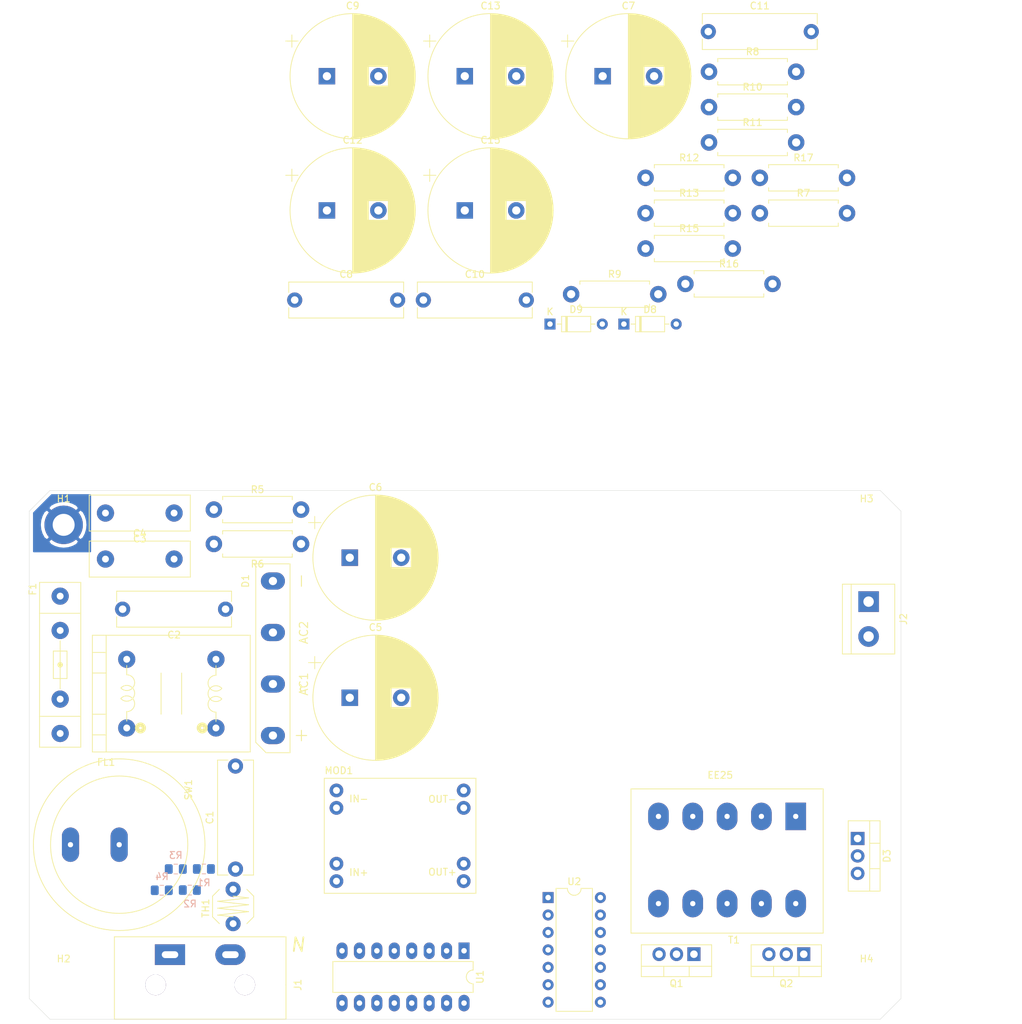
<source format=kicad_pcb>
(kicad_pcb (version 20171130) (host pcbnew 5.1.4)
  (layers (0 F.Cu signal) (31 B.Cu signal) (34 B.Paste user) (35 F.Paste user) (36 B.SilkS user) (37 F.SilkS user) (38 B.Mask user) (39 F.Mask user) (44 Edge.Cuts user))
  (net 0 "")
  (net 1 "Net-(F1-Pad2)")
  (net 2 "Net-(C1-Pad1)")
  (net 3 "Net-(J1-Pad2)")
  (net 4 "Net-(R1-Pad2)")
  (net 5 "Net-(R2-Pad2)")
  (net 6 "Net-(R3-Pad2)")
  (net 7 "Net-(C1-Pad2)")
  (net 8 N)
  (net 9 F)
  (net 10 GNDPWR)
  (net 11 Vin)
  (net 12 Vin|2)
  (net 13 VS2)
  (net 14 "Net-(C7-Pad1)")
  (net 15 +15V)
  (net 16 "Net-(J1-Pad1)")
  (net 17 "Net-(C8-Pad1)")
  (net 18 "Net-(C10-Pad2)")
  (net 19 "Net-(C10-Pad1)")
  (net 20 "Net-(C11-Pad2)")
  (net 21 "Net-(C12-Pad1)")
  (net 22 GNDREF)
  (net 23 VG1)
  (net 24 "Net-(D8-Pad1)")
  (net 25 "Net-(D9-Pad1)")
  (net 26 VG2)
  (net 27 +5V_REF)
  (net 28 "Net-(R13-Pad1)")
  (net 29 PWM_A)
  (net 30 PWM_B)
  (net 31 VS1)
  (module lib_fp:NTC-16 (layer F.Cu) (at 122.6 126.8 270)
    (fp_text reference TH1 (at 0.25 4 90) (layer F.SilkS))
    (fp_text value 16)
    (pad 2 thru_hole circle (at -2.5 0 270) (size 2.2 2.2) (drill 1) (layers *.Cu *.Mask) (net 7 "Net-(C1-Pad2)"))
    (pad 1 thru_hole circle (at 2.5 0 270) (size 2.2 2.2) (drill 1) (layers *.Cu *.Mask) (net 3 "Net-(J1-Pad2)"))
  )
  (module lib_fp:fuse_4pin_A (layer F.Cu) (at 97.4 91.6 270)
    (fp_text reference F1 (at -11 4 90) (layer F.SilkS))
    (fp_text value "0,5 A")
    (pad 2 thru_hole circle (at 10 0 270) (size 2.5 2.5) (drill 1) (layers *.Cu *.Mask) (net 1 "Net-(F1-Pad2)"))
    (pad 1 thru_hole circle (at -10 0 270) (size 2.5 2.5) (drill 1) (layers *.Cu *.Mask) (net 2 "Net-(C1-Pad1)"))
    (pad 2 thru_hole circle (at 5 0 270) (size 2.5 2.5) (drill 1) (layers *.Cu *.Mask) (net 1 "Net-(F1-Pad2)"))
    (pad 1 thru_hole circle (at -5 0 270) (size 2.5 2.5) (drill 1) (layers *.Cu *.Mask) (net 2 "Net-(C1-Pad1)"))
  )
  (module lib_fp:IEC-C8 (layer F.Cu) (at 117.80812 138.21732 180)
    (fp_text reference J1 (at -14.224 0 90) (layer F.SilkS))
    (fp_text value "220 VAC")
    (fp_text user N (at -14.224 5.842) (layer F.SilkS) (effects (font (size 2 2) (thickness 0.25) italic)))
    (pad "" thru_hole circle (at -6.5 0 180) (size 3 3) (drill 3) (layers *.Cu *.Mask))
    (pad "" thru_hole circle (at 6.5 0 180) (size 3 3) (drill 3) (layers *.Cu *.Mask))
    (pad 1 thru_hole rect (at 4.4 4.4 180) (size 4.4 3) (drill oval 2.4 1) (layers *.Cu *.Mask) (net 16 "Net-(J1-Pad1)"))
    (pad 2 thru_hole oval (at -4.4 4.4 180) (size 4.4 3) (drill oval 2.4 1) (layers *.Cu *.Mask) (net 3 "Net-(J1-Pad2)"))
  )
  (module MountingHole:MountingHole_3.2mm_M3_DIN965_Pad (layer F.Cu) (at 97.90812 71.21732)
    (fp_text reference H1 (at 0 -3.8) (layer F.SilkS))
    (fp_text value MountingHole_Pad)
    (pad 1 thru_hole circle (at 0 0) (size 5.6 5.6) (drill 3.2) (layers *.Cu *.Mask) (net 10 GNDPWR))
  )
  (module MountingHole:MountingHole_3.2mm_M3_DIN965 (layer F.Cu) (at 97.90812 138.21732)
    (fp_text reference H2 (at 0 -3.8) (layer F.SilkS))
    (fp_text value MountingHole)
    (pad 1 np_thru_hole circle (at 0 0) (size 3.2 3.2) (drill 3.2) (layers *.Cu *.Mask))
  )
  (module MountingHole:MountingHole_3.2mm_M3_DIN965 (layer F.Cu) (at 214.90812 71.21732)
    (fp_text reference H3 (at 0 -3.8) (layer F.SilkS))
    (fp_text value MountingHole)
    (pad 1 np_thru_hole circle (at 0 0) (size 3.2 3.2) (drill 3.2) (layers *.Cu *.Mask))
  )
  (module MountingHole:MountingHole_3.2mm_M3_DIN965 (layer F.Cu) (at 214.90812 138.21732)
    (fp_text reference H4 (at 0 -3.8) (layer F.SilkS))
    (fp_text value MountingHole)
    (pad 1 np_thru_hole circle (at 0 0) (size 3.2 3.2) (drill 3.2) (layers *.Cu *.Mask))
  )
  (module Resistor_SMD:R_0805_2012Metric_Pad1.15x1.40mm_HandSolder (layer B.Cu) (at 118.34312 121.33732 180)
    (fp_text reference R1 (at 0.025 -2) (layer B.SilkS) (effects (justify mirror)))
    (fp_text value 20k)
    (pad 1 smd roundrect (at -1.025 0 180) (size 1.15 1.4) (layers B.Cu B.Paste B.Mask) (roundrect_rratio 0.217391) (net 2 "Net-(C1-Pad1)"))
    (pad 2 smd roundrect (at 1.025 0 180) (size 1.15 1.4) (layers B.Cu B.Paste B.Mask) (roundrect_rratio 0.217391) (net 4 "Net-(R1-Pad2)"))
  )
  (module Resistor_SMD:R_0805_2012Metric_Pad1.15x1.40mm_HandSolder (layer B.Cu) (at 116.29312 124.41232 180)
    (fp_text reference R2 (at -0.025 -2) (layer B.SilkS) (effects (justify mirror)))
    (fp_text value 20k)
    (pad 1 smd roundrect (at -1.025 0 180) (size 1.15 1.4) (layers B.Cu B.Paste B.Mask) (roundrect_rratio 0.217391) (net 4 "Net-(R1-Pad2)"))
    (pad 2 smd roundrect (at 1.025 0 180) (size 1.15 1.4) (layers B.Cu B.Paste B.Mask) (roundrect_rratio 0.217391) (net 5 "Net-(R2-Pad2)"))
  )
  (module Resistor_SMD:R_0805_2012Metric_Pad1.15x1.40mm_HandSolder (layer B.Cu) (at 114.24812 121.34732 180)
    (fp_text reference R3 (at 0 2) (layer B.SilkS) (effects (justify mirror)))
    (fp_text value 20k)
    (pad 2 smd roundrect (at 1.025 0 180) (size 1.15 1.4) (layers B.Cu B.Paste B.Mask) (roundrect_rratio 0.217391) (net 6 "Net-(R3-Pad2)"))
    (pad 1 smd roundrect (at -1.025 0 180) (size 1.15 1.4) (layers B.Cu B.Paste B.Mask) (roundrect_rratio 0.217391) (net 5 "Net-(R2-Pad2)"))
  )
  (module Resistor_SMD:R_0805_2012Metric_Pad1.15x1.40mm_HandSolder (layer B.Cu) (at 112.20312 124.43732 180)
    (fp_text reference R4 (at -0.025 2) (layer B.SilkS) (effects (justify mirror)))
    (fp_text value 20k)
    (pad 2 smd roundrect (at 1.025 0 180) (size 1.15 1.4) (layers B.Cu B.Paste B.Mask) (roundrect_rratio 0.217391) (net 7 "Net-(C1-Pad2)"))
    (pad 1 smd roundrect (at -1.025 0 180) (size 1.15 1.4) (layers B.Cu B.Paste B.Mask) (roundrect_rratio 0.217391) (net 6 "Net-(R3-Pad2)"))
  )
  (module Capacitor_THT:C_Rect_L16.5mm_W5.0mm_P15.00mm_MKT (layer F.Cu) (at 122.95 121.35 90)
    (fp_text reference C1 (at 7.5 -3.75 90) (layer F.SilkS))
    (fp_text value 0.1u)
    (pad 1 thru_hole circle (at 0 0 90) (size 2.2 2.2) (drill 1.1) (layers *.Cu *.Mask) (net 2 "Net-(C1-Pad1)"))
    (pad 2 thru_hole circle (at 15 0 90) (size 2.2 2.2) (drill 1.1) (layers *.Cu *.Mask) (net 7 "Net-(C1-Pad2)"))
  )
  (module Capacitor_THT:C_Rect_L16.5mm_W5.0mm_P15.00mm_MKT (layer F.Cu) (at 121.5 83.5 180)
    (fp_text reference C2 (at 7.5 -3.75) (layer F.SilkS))
    (fp_text value 0.1u)
    (pad 2 thru_hole circle (at 15 0 180) (size 2.2 2.2) (drill 1.1) (layers *.Cu *.Mask) (net 8 N))
    (pad 1 thru_hole circle (at 0 0 180) (size 2.2 2.2) (drill 1.1) (layers *.Cu *.Mask) (net 9 F))
  )
  (module lib_fp:Choke_A (layer F.Cu) (at 113.6 95.8 180)
    (fp_text reference FL1 (at 9.5 -10) (layer F.SilkS))
    (fp_text value "Choke Coil")
    (pad 1 thru_hole circle (at -6.5 -5 180) (size 2.5 2.5) (drill 1) (layers *.Cu *.Mask) (net 2 "Net-(C1-Pad1)"))
    (pad 2 thru_hole circle (at -6.5 5 180) (size 2.5 2.5) (drill 1) (layers *.Cu *.Mask) (net 9 F))
    (pad 3 thru_hole circle (at 6.5 -5 180) (size 2.5 2.5) (drill 1) (layers *.Cu *.Mask) (net 7 "Net-(C1-Pad2)"))
    (pad 4 thru_hole circle (at 6.5 5 180) (size 2.5 2.5) (drill 1) (layers *.Cu *.Mask) (net 8 N))
  )
  (module lib_fp:C_EMI (layer F.Cu) (at 114 69.5 180)
    (fp_text reference C3 (at 5 -3.75) (layer F.SilkS))
    (fp_text value 1n)
    (pad 2 thru_hole circle (at 10 0 180) (size 2.5 2.5) (drill 1) (layers *.Cu *.Mask) (net 10 GNDPWR))
    (pad 1 thru_hole circle (at 0 0 180) (size 2.5 2.5) (drill 1) (layers *.Cu *.Mask) (net 9 F))
  )
  (module lib_fp:C_EMI (layer F.Cu) (at 104 76.2)
    (fp_text reference C4 (at 5 -3.75) (layer F.SilkS))
    (fp_text value 1n)
    (pad 1 thru_hole circle (at 0 0) (size 2.5 2.5) (drill 1) (layers *.Cu *.Mask) (net 10 GNDPWR))
    (pad 2 thru_hole circle (at 10 0) (size 2.5 2.5) (drill 1) (layers *.Cu *.Mask) (net 8 N))
  )
  (module Capacitor_THT:CP_Radial_D18.0mm_P7.50mm (layer F.Cu) (at 139.6 96.4)
    (fp_text reference C5 (at 3.75 -10.25) (layer F.SilkS))
    (fp_text value 330u|200V)
    (pad 1 thru_hole rect (at 0 0) (size 2.4 2.4) (drill 1.2) (layers *.Cu *.Mask) (net 11 Vin))
    (pad 2 thru_hole circle (at 7.5 0) (size 2.4 2.4) (drill 1.2) (layers *.Cu *.Mask) (net 12 Vin|2))
  )
  (module Capacitor_THT:CP_Radial_D18.0mm_P7.50mm (layer F.Cu) (at 139.6 76)
    (fp_text reference C6 (at 3.75 -10.25) (layer F.SilkS))
    (fp_text value 330u|200V)
    (pad 2 thru_hole circle (at 7.5 0) (size 2.4 2.4) (drill 1.2) (layers *.Cu *.Mask) (net 13 VS2))
    (pad 1 thru_hole rect (at 0 0) (size 2.4 2.4) (drill 1.2) (layers *.Cu *.Mask) (net 12 Vin|2))
  )
  (module lib_fp:DS3B (layer F.Cu) (at 128.4 90.4 90)
    (fp_text reference D1 (at 11 -4 90) (layer F.SilkS))
    (fp_text value D3SB60)
    (fp_text user + (at -11.5 4 90) (layer F.SilkS) (effects (font (size 2 2))))
    (fp_text user ~ (at -4.5 4 90) (layer F.SilkS) (effects (font (size 2 2))))
    (fp_text user AC1 (at -4 4.5 90) (layer F.SilkS) (effects (font (size 1.2 1.2))))
    (fp_text user AC2 (at 3.5 4.5 90) (layer F.SilkS) (effects (font (size 1.2 1.2))))
    (fp_text user - (at 11 4 90) (layer F.SilkS) (effects (font (size 2 2))))
    (fp_text user ~ (at -4.5 4 90) (layer F.SilkS) (effects (font (size 2 2))))
    (pad 1 thru_hole oval (at -11.5 0 90) (size 2.5 3.5) (drill oval 1.2) (layers *.Cu *.Mask) (net 11 Vin))
    (pad 2 thru_hole oval (at -4 0 90) (size 2.5 3.5) (drill 1.2) (layers *.Cu *.Mask) (net 8 N))
    (pad 3 thru_hole oval (at 3.5 0 90) (size 2.5 3.5) (drill 1.2) (layers *.Cu *.Mask) (net 9 F))
    (pad 4 thru_hole oval (at 11 0 90) (size 2.5 3.5) (drill 1.2) (layers *.Cu *.Mask) (net 13 VS2))
  )
  (module Resistor_THT:R_Axial_DIN0411_L9.9mm_D3.6mm_P12.70mm_Horizontal (layer F.Cu) (at 119.8 69)
    (fp_text reference R5 (at 6.35 -2.92) (layer F.SilkS))
    (fp_text value 100k)
    (pad 2 thru_hole oval (at 12.7 0) (size 2.4 2.4) (drill 1.2) (layers *.Cu *.Mask) (net 12 Vin|2))
    (pad 1 thru_hole circle (at 0 0) (size 2.4 2.4) (drill 1.2) (layers *.Cu *.Mask) (net 11 Vin))
  )
  (module Resistor_THT:R_Axial_DIN0411_L9.9mm_D3.6mm_P12.70mm_Horizontal (layer F.Cu) (at 132.5 74 180)
    (fp_text reference R6 (at 6.35 -2.92) (layer F.SilkS))
    (fp_text value 100k)
    (pad 1 thru_hole circle (at 0 0 180) (size 2.4 2.4) (drill 1.2) (layers *.Cu *.Mask) (net 12 Vin|2))
    (pad 2 thru_hole oval (at 12.7 0 180) (size 2.4 2.4) (drill 1.2) (layers *.Cu *.Mask) (net 13 VS2))
  )
  (module lib_fp:MP1584 (layer F.Cu) (at 156.2 109.9)
    (fp_text reference MOD1 (at -18.1864 -2.8956) (layer F.SilkS))
    (fp_text value MP1584)
    (fp_text user IN+ (at -15.2908 11.938) (layer F.SilkS))
    (fp_text user IN- (at -15.2908 1.2192) (layer F.SilkS))
    (fp_text user OUT- (at -3.0988 1.27) (layer F.SilkS))
    (fp_text user OUT+ (at -3.0988 11.8872) (layer F.SilkS))
    (pad 2 thru_hole circle (at -18.542 13.208) (size 2 2) (drill 1) (layers *.Cu *.Mask) (net 14 "Net-(C7-Pad1)"))
    (pad 1 thru_hole circle (at -18.542 0) (size 2 2) (drill 1) (layers *.Cu *.Mask) (net 13 VS2))
    (pad 4 thru_hole circle (at 0 0) (size 2 2) (drill 1) (layers *.Cu *.Mask) (net 13 VS2))
    (pad 3 thru_hole circle (at 0 13.208) (size 2 2) (drill 1) (layers *.Cu *.Mask) (net 15 +15V))
    (pad 4 thru_hole circle (at 0 2.54) (size 2 2) (drill 1) (layers *.Cu *.Mask) (net 13 VS2))
    (pad 3 thru_hole circle (at 0 10.668) (size 2 2) (drill 1) (layers *.Cu *.Mask) (net 15 +15V))
    (pad 2 thru_hole circle (at -18.542 10.668) (size 2 2) (drill 1) (layers *.Cu *.Mask) (net 14 "Net-(C7-Pad1)"))
    (pad 1 thru_hole circle (at -18.542 2.54) (size 2 2) (drill 1) (layers *.Cu *.Mask) (net 13 VS2))
  )
  (module lib_fp:Rocker (layer F.Cu) (at 106 117.8 90)
    (fp_text reference SW1 (at 8 10.1 90) (layer F.SilkS))
    (fp_text value ROCKER)
    (pad 1 thru_hole oval (at 0 0 90) (size 5 2.5) (drill 0.762) (layers *.Cu *.Mask) (net 16 "Net-(J1-Pad1)"))
    (pad 2 thru_hole oval (at 0 -7.1 90) (size 5 2.5) (drill 0.762) (layers *.Cu *.Mask) (net 1 "Net-(F1-Pad2)"))
  )
  (module Capacitor_THT:CP_Radial_D18.0mm_P7.50mm (layer F.Cu) (at 176.449441 5.875001)
    (fp_text reference C7 (at 3.75 -10.25) (layer F.SilkS))
    (fp_text value 330u|24V)
    (pad 2 thru_hole circle (at 7.5 0) (size 2.4 2.4) (drill 1.2) (layers *.Cu *.Mask) (net 13 VS2))
    (pad 1 thru_hole rect (at 0 0) (size 2.4 2.4) (drill 1.2) (layers *.Cu *.Mask) (net 14 "Net-(C7-Pad1)"))
  )
  (module Capacitor_THT:C_Rect_L16.5mm_W5.0mm_P15.00mm_MKT (layer F.Cu) (at 131.575001 38.475001)
    (fp_text reference C8 (at 7.5 -3.75) (layer F.SilkS))
    (fp_text value 0.1u)
    (pad 1 thru_hole circle (at 0 0) (size 2.2 2.2) (drill 1.1) (layers *.Cu *.Mask) (net 17 "Net-(C8-Pad1)"))
    (pad 2 thru_hole circle (at 15 0) (size 2.2 2.2) (drill 1.1) (layers *.Cu *.Mask) (net 12 Vin|2))
  )
  (module Capacitor_THT:CP_Radial_D18.0mm_P7.50mm (layer F.Cu) (at 136.269441 5.875001)
    (fp_text reference C9 (at 3.75 -10.25) (layer F.SilkS))
    (fp_text value 330u|24V)
    (pad 1 thru_hole rect (at 0 0) (size 2.4 2.4) (drill 1.2) (layers *.Cu *.Mask) (net 15 +15V))
    (pad 2 thru_hole circle (at 7.5 0) (size 2.4 2.4) (drill 1.2) (layers *.Cu *.Mask) (net 13 VS2))
  )
  (module Capacitor_THT:C_Rect_L16.5mm_W5.0mm_P15.00mm_MKT (layer F.Cu) (at 150.325001 38.475001)
    (fp_text reference C10 (at 7.5 -3.75) (layer F.SilkS))
    (fp_text value 0.1u)
    (pad 2 thru_hole circle (at 15 0) (size 2.2 2.2) (drill 1.1) (layers *.Cu *.Mask) (net 18 "Net-(C10-Pad2)"))
    (pad 1 thru_hole circle (at 0 0) (size 2.2 2.2) (drill 1.1) (layers *.Cu *.Mask) (net 19 "Net-(C10-Pad1)"))
  )
  (module Capacitor_THT:C_Rect_L16.5mm_W5.0mm_P15.00mm_MKT (layer F.Cu) (at 191.845001 -0.624999)
    (fp_text reference C11 (at 7.5 -3.75) (layer F.SilkS))
    (fp_text value 0.1u)
    (pad 1 thru_hole circle (at 0 0) (size 2.2 2.2) (drill 1.1) (layers *.Cu *.Mask) (net 18 "Net-(C10-Pad2)"))
    (pad 2 thru_hole circle (at 15 0) (size 2.2 2.2) (drill 1.1) (layers *.Cu *.Mask) (net 20 "Net-(C11-Pad2)"))
  )
  (module Capacitor_THT:CP_Radial_D18.0mm_P7.50mm (layer F.Cu) (at 136.269441 25.425001)
    (fp_text reference C12 (at 3.75 -10.25) (layer F.SilkS))
    (fp_text value 10u)
    (pad 1 thru_hole rect (at 0 0) (size 2.4 2.4) (drill 1.2) (layers *.Cu *.Mask) (net 21 "Net-(C12-Pad1)"))
    (pad 2 thru_hole circle (at 7.5 0) (size 2.4 2.4) (drill 1.2) (layers *.Cu *.Mask) (net 22 GNDREF))
  )
  (module Capacitor_THT:CP_Radial_D18.0mm_P7.50mm (layer F.Cu) (at 156.359441 5.875001)
    (fp_text reference C13 (at 3.75 -10.25) (layer F.SilkS))
    (fp_text value 10u)
    (pad 2 thru_hole circle (at 7.5 0) (size 2.4 2.4) (drill 1.2) (layers *.Cu *.Mask) (net 22 GNDREF))
    (pad 1 thru_hole rect (at 0 0) (size 2.4 2.4) (drill 1.2) (layers *.Cu *.Mask) (net 21 "Net-(C12-Pad1)"))
  )
  (module Capacitor_THT:CP_Radial_D18.0mm_P7.50mm (layer F.Cu) (at 156.359441 25.425001)
    (fp_text reference C15 (at 3.75 -10.25) (layer F.SilkS))
    (fp_text value 10u)
    (pad 1 thru_hole rect (at 0 0) (size 2.4 2.4) (drill 1.2) (layers *.Cu *.Mask) (net 21 "Net-(C12-Pad1)"))
    (pad 2 thru_hole circle (at 7.5 0) (size 2.4 2.4) (drill 1.2) (layers *.Cu *.Mask) (net 22 GNDREF))
  )
  (module Diode_THT:D_DO-35_SOD27_P7.62mm_Horizontal (layer F.Cu) (at 179.545001 41.975001)
    (fp_text reference D8 (at 3.81 -2.12) (layer F.SilkS))
    (fp_text value 1N4148)
    (fp_text user K (at 0 -1.8) (layer F.SilkS))
    (pad 2 thru_hole oval (at 7.62 0) (size 1.6 1.6) (drill 0.8) (layers *.Cu *.Mask) (net 23 VG1))
    (pad 1 thru_hole rect (at 0 0) (size 1.6 1.6) (drill 0.8) (layers *.Cu *.Mask) (net 24 "Net-(D8-Pad1)"))
  )
  (module Diode_THT:D_DO-35_SOD27_P7.62mm_Horizontal (layer F.Cu) (at 168.775001 41.975001)
    (fp_text reference D9 (at 3.81 -2.12) (layer F.SilkS))
    (fp_text value 1N4148)
    (fp_text user K (at 0 -1.8) (layer F.SilkS))
    (pad 1 thru_hole rect (at 0 0) (size 1.6 1.6) (drill 0.8) (layers *.Cu *.Mask) (net 25 "Net-(D9-Pad1)"))
    (pad 2 thru_hole oval (at 7.62 0) (size 1.6 1.6) (drill 0.8) (layers *.Cu *.Mask) (net 26 VG2))
  )
  (module Resistor_THT:R_Axial_DIN0411_L9.9mm_D3.6mm_P12.70mm_Horizontal (layer F.Cu) (at 199.355001 25.825001)
    (fp_text reference R7 (at 6.35 -2.92) (layer F.SilkS))
    (fp_text value 6,8k)
    (pad 2 thru_hole oval (at 12.7 0) (size 2.4 2.4) (drill 1.2) (layers *.Cu *.Mask) (net 14 "Net-(C7-Pad1)"))
    (pad 1 thru_hole circle (at 0 0) (size 2.4 2.4) (drill 1.2) (layers *.Cu *.Mask) (net 12 Vin|2))
  )
  (module Resistor_THT:R_Axial_DIN0411_L9.9mm_D3.6mm_P12.70mm_Horizontal (layer F.Cu) (at 191.945001 5.225001)
    (fp_text reference R8 (at 6.35 -2.92) (layer F.SilkS))
    (fp_text value 1K)
    (pad 1 thru_hole circle (at 0 0) (size 2.4 2.4) (drill 1.2) (layers *.Cu *.Mask) (net 14 "Net-(C7-Pad1)"))
    (pad 2 thru_hole oval (at 12.7 0) (size 2.4 2.4) (drill 1.2) (layers *.Cu *.Mask) (net 13 VS2))
  )
  (module Resistor_THT:R_Axial_DIN0411_L9.9mm_D3.6mm_P12.70mm_Horizontal (layer F.Cu) (at 171.855001 37.625001)
    (fp_text reference R9 (at 6.35 -2.92) (layer F.SilkS))
    (fp_text value 2,2k)
    (pad 1 thru_hole circle (at 0 0) (size 2.4 2.4) (drill 1.2) (layers *.Cu *.Mask) (net 15 +15V))
    (pad 2 thru_hole oval (at 12.7 0) (size 2.4 2.4) (drill 1.2) (layers *.Cu *.Mask))
  )
  (module Resistor_THT:R_Axial_DIN0411_L9.9mm_D3.6mm_P12.70mm_Horizontal (layer F.Cu) (at 191.945001 10.375001)
    (fp_text reference R10 (at 6.35 -2.92) (layer F.SilkS))
    (fp_text value 2,2k)
    (pad 1 thru_hole circle (at 0 0) (size 2.4 2.4) (drill 1.2) (layers *.Cu *.Mask) (net 27 +5V_REF))
    (pad 2 thru_hole oval (at 12.7 0) (size 2.4 2.4) (drill 1.2) (layers *.Cu *.Mask))
  )
  (module Resistor_THT:R_Axial_DIN0411_L9.9mm_D3.6mm_P12.70mm_Horizontal (layer F.Cu) (at 191.945001 15.525001)
    (fp_text reference R11 (at 6.35 -2.92) (layer F.SilkS))
    (fp_text value 10k)
    (pad 1 thru_hole circle (at 0 0) (size 2.4 2.4) (drill 1.2) (layers *.Cu *.Mask))
    (pad 2 thru_hole oval (at 12.7 0) (size 2.4 2.4) (drill 1.2) (layers *.Cu *.Mask) (net 13 VS2))
  )
  (module Resistor_THT:R_Axial_DIN0411_L9.9mm_D3.6mm_P12.70mm_Horizontal (layer F.Cu) (at 182.705001 20.675001)
    (fp_text reference R12 (at 6.35 -2.92) (layer F.SilkS))
    (fp_text value 1K)
    (pad 2 thru_hole oval (at 12.7 0) (size 2.4 2.4) (drill 1.2) (layers *.Cu *.Mask) (net 13 VS2))
    (pad 1 thru_hole circle (at 0 0) (size 2.4 2.4) (drill 1.2) (layers *.Cu *.Mask) (net 27 +5V_REF))
  )
  (module Resistor_THT:R_Axial_DIN0411_L9.9mm_D3.6mm_P12.70mm_Horizontal (layer F.Cu) (at 182.705001 25.825001)
    (fp_text reference R13 (at 6.35 -2.92) (layer F.SilkS))
    (fp_text value 1,5K)
    (pad 1 thru_hole circle (at 0 0) (size 2.4 2.4) (drill 1.2) (layers *.Cu *.Mask) (net 28 "Net-(R13-Pad1)"))
    (pad 2 thru_hole oval (at 12.7 0) (size 2.4 2.4) (drill 1.2) (layers *.Cu *.Mask))
  )
  (module Resistor_THT:R_Axial_DIN0411_L9.9mm_D3.6mm_P12.70mm_Horizontal (layer F.Cu) (at 182.705001 30.975001)
    (fp_text reference R15 (at 6.35 -2.92) (layer F.SilkS))
    (fp_text value 2,2k)
    (pad 2 thru_hole oval (at 12.7 0) (size 2.4 2.4) (drill 1.2) (layers *.Cu *.Mask))
    (pad 1 thru_hole circle (at 0 0) (size 2.4 2.4) (drill 1.2) (layers *.Cu *.Mask))
  )
  (module Resistor_THT:R_Axial_DIN0411_L9.9mm_D3.6mm_P12.70mm_Horizontal (layer F.Cu) (at 188.505001 36.125001)
    (fp_text reference R16 (at 6.35 -2.92) (layer F.SilkS))
    (fp_text value 1K)
    (pad 2 thru_hole oval (at 12.7 0) (size 2.4 2.4) (drill 1.2) (layers *.Cu *.Mask) (net 13 VS2))
    (pad 1 thru_hole circle (at 0 0) (size 2.4 2.4) (drill 1.2) (layers *.Cu *.Mask) (net 29 PWM_A))
  )
  (module Resistor_THT:R_Axial_DIN0411_L9.9mm_D3.6mm_P12.70mm_Horizontal (layer F.Cu) (at 199.355001 20.675001)
    (fp_text reference R17 (at 6.35 -2.92) (layer F.SilkS))
    (fp_text value 1K)
    (pad 2 thru_hole oval (at 12.7 0) (size 2.4 2.4) (drill 1.2) (layers *.Cu *.Mask) (net 13 VS2))
    (pad 1 thru_hole circle (at 0 0) (size 2.4 2.4) (drill 1.2) (layers *.Cu *.Mask) (net 30 PWM_B))
  )
  (module Package_DIP:DIP-14_W7.62mm (layer F.Cu) (at 168.5 125.5)
    (fp_text reference U2 (at 3.81 -2.33) (layer F.SilkS))
    (fp_text value IR2110)
    (pad 1 thru_hole rect (at 0 0) (size 1.6 1.6) (drill 0.8) (layers *.Cu *.Mask) (net 25 "Net-(D9-Pad1)"))
    (pad 8 thru_hole oval (at 7.62 15.24) (size 1.6 1.6) (drill 0.8) (layers *.Cu *.Mask))
    (pad 2 thru_hole oval (at 0 2.54) (size 1.6 1.6) (drill 0.8) (layers *.Cu *.Mask) (net 13 VS2))
    (pad 9 thru_hole oval (at 7.62 12.7) (size 1.6 1.6) (drill 0.8) (layers *.Cu *.Mask) (net 15 +15V))
    (pad 3 thru_hole oval (at 0 5.08) (size 1.6 1.6) (drill 0.8) (layers *.Cu *.Mask) (net 15 +15V))
    (pad 10 thru_hole oval (at 7.62 10.16) (size 1.6 1.6) (drill 0.8) (layers *.Cu *.Mask) (net 29 PWM_A))
    (pad 4 thru_hole oval (at 0 7.62) (size 1.6 1.6) (drill 0.8) (layers *.Cu *.Mask))
    (pad 11 thru_hole oval (at 7.62 7.62) (size 1.6 1.6) (drill 0.8) (layers *.Cu *.Mask) (net 13 VS2))
    (pad 5 thru_hole oval (at 0 10.16) (size 1.6 1.6) (drill 0.8) (layers *.Cu *.Mask) (net 31 VS1))
    (pad 12 thru_hole oval (at 7.62 5.08) (size 1.6 1.6) (drill 0.8) (layers *.Cu *.Mask) (net 30 PWM_B))
    (pad 6 thru_hole oval (at 0 12.7) (size 1.6 1.6) (drill 0.8) (layers *.Cu *.Mask))
    (pad 13 thru_hole oval (at 7.62 2.54) (size 1.6 1.6) (drill 0.8) (layers *.Cu *.Mask) (net 13 VS2))
    (pad 7 thru_hole oval (at 0 15.24) (size 1.6 1.6) (drill 0.8) (layers *.Cu *.Mask) (net 24 "Net-(D8-Pad1)"))
    (pad 14 thru_hole oval (at 7.62 0) (size 1.6 1.6) (drill 0.8) (layers *.Cu *.Mask))
  )
  (module Package_DIP:DIP-16_W7.62mm_LongPads (layer F.Cu) (at 156.25 133.25 270)
    (fp_text reference U1 (at 3.81 -2.33 90) (layer F.SilkS))
    (fp_text value TL494)
    (pad 1 thru_hole rect (at 0 0 270) (size 2.4 1.6) (drill 0.8) (layers *.Cu *.Mask) (net 13 VS2))
    (pad 9 thru_hole oval (at 7.62 17.78 270) (size 2.4 1.6) (drill 0.8) (layers *.Cu *.Mask) (net 29 PWM_A))
    (pad 2 thru_hole oval (at 0 2.54 270) (size 2.4 1.6) (drill 0.8) (layers *.Cu *.Mask) (net 27 +5V_REF))
    (pad 10 thru_hole oval (at 7.62 15.24 270) (size 2.4 1.6) (drill 0.8) (layers *.Cu *.Mask) (net 30 PWM_B))
    (pad 3 thru_hole oval (at 0 5.08 270) (size 2.4 1.6) (drill 0.8) (layers *.Cu *.Mask))
    (pad 11 thru_hole oval (at 7.62 12.7 270) (size 2.4 1.6) (drill 0.8) (layers *.Cu *.Mask) (net 15 +15V))
    (pad 4 thru_hole oval (at 0 7.62 270) (size 2.4 1.6) (drill 0.8) (layers *.Cu *.Mask) (net 13 VS2))
    (pad 12 thru_hole oval (at 7.62 10.16 270) (size 2.4 1.6) (drill 0.8) (layers *.Cu *.Mask) (net 15 +15V))
    (pad 5 thru_hole oval (at 0 10.16 270) (size 2.4 1.6) (drill 0.8) (layers *.Cu *.Mask))
    (pad 13 thru_hole oval (at 7.62 7.62 270) (size 2.4 1.6) (drill 0.8) (layers *.Cu *.Mask) (net 27 +5V_REF))
    (pad 6 thru_hole oval (at 0 12.7 270) (size 2.4 1.6) (drill 0.8) (layers *.Cu *.Mask) (net 28 "Net-(R13-Pad1)"))
    (pad 14 thru_hole oval (at 7.62 5.08 270) (size 2.4 1.6) (drill 0.8) (layers *.Cu *.Mask) (net 27 +5V_REF))
    (pad 7 thru_hole oval (at 0 15.24 270) (size 2.4 1.6) (drill 0.8) (layers *.Cu *.Mask) (net 13 VS2))
    (pad 15 thru_hole oval (at 7.62 2.54 270) (size 2.4 1.6) (drill 0.8) (layers *.Cu *.Mask) (net 27 +5V_REF))
    (pad 8 thru_hole oval (at 0 17.78 270) (size 2.4 1.6) (drill 0.8) (layers *.Cu *.Mask) (net 15 +15V))
    (pad 16 thru_hole oval (at 7.62 0 270) (size 2.4 1.6) (drill 0.8) (layers *.Cu *.Mask) (net 13 VS2))
  )
  (module lib_fp:TerminalBlock_bornier-2_P5.08mm (layer F.Cu) (at 215.2 82.4 270)
    (fp_text reference J2 (at 2.54 -5.08 90) (layer F.SilkS))
    (fp_text value "Salida +24V")
    (pad 1 thru_hole rect (at 0 0 270) (size 3 3) (drill 1.52) (layers *.Cu *.Mask) (net 21 "Net-(C12-Pad1)"))
    (pad 2 thru_hole circle (at 5.08 0 270) (size 3 3) (drill 1.52) (layers *.Cu *.Mask) (net 22 GNDREF))
  )
  (module lib_fp:Transformador_EE25 (layer F.Cu) (at 209.2 131.4 180)
    (fp_text reference T1 (at 13.62 -0.28) (layer F.SilkS))
    (fp_text value Transformer_1P_SS)
    (fp_text user EE25 (at 15.62 23.72) (layer F.SilkS))
    (pad 2 thru_hole oval (at 24.62 17.72 180) (size 3 4) (drill 0.762) (layers *.Cu *.Mask) (net 17 "Net-(C8-Pad1)"))
    (pad 2 thru_hole oval (at 19.62 17.72 180) (size 3 4) (drill 0.762) (layers *.Cu *.Mask) (net 17 "Net-(C8-Pad1)"))
    (pad "" thru_hole oval (at 14.62 17.72 180) (size 3 4) (drill 0.762) (layers *.Cu *.Mask))
    (pad 1 thru_hole oval (at 9.62 17.72 180) (size 3 4) (drill 0.762) (layers *.Cu *.Mask) (net 31 VS1))
    (pad 1 thru_hole rect (at 4.62 17.72 180) (size 3 4) (drill 0.762) (layers *.Cu *.Mask) (net 31 VS1))
    (pad 4 thru_hole oval (at 9.62 5.02 180) (size 3 4) (drill 0.762) (layers *.Cu *.Mask) (net 22 GNDREF))
    (pad 4 thru_hole oval (at 4.62 5.02 180) (size 3 4) (drill 0.762) (layers *.Cu *.Mask) (net 22 GNDREF))
    (pad "" thru_hole oval (at 14.62 5.02 180) (size 3 4) (drill 0.762) (layers *.Cu *.Mask))
    (pad 3 thru_hole oval (at 19.62 5.02 180) (size 3 4) (drill 0.762) (layers *.Cu *.Mask) (net 20 "Net-(C11-Pad2)"))
    (pad 3 thru_hole oval (at 24.62 5.02 180) (size 3 4) (drill 0.762) (layers *.Cu *.Mask) (net 20 "Net-(C11-Pad2)"))
  )
  (module lib_fp:TO-220-3_Vertical (layer F.Cu) (at 213.6 116.9 270)
    (fp_text reference D3 (at 2.54 -4.27 90) (layer F.SilkS))
    (fp_text value DIODE)
    (pad 3 thru_hole oval (at 5.08 0 270) (size 1.905 2) (drill 1.1) (layers *.Cu *.Mask))
    (pad 2 thru_hole oval (at 2.54 0 270) (size 1.905 2) (drill 1.1) (layers *.Cu *.Mask) (net 18 "Net-(C10-Pad2)"))
    (pad 1 thru_hole rect (at 0 0 270) (size 1.905 2) (drill 1.1) (layers *.Cu *.Mask) (net 19 "Net-(C10-Pad1)"))
  )
  (module lib_fp:TO-220-3_Vertical (layer F.Cu) (at 189.75 133.75 180)
    (fp_text reference Q1 (at 2.54 -4.27) (layer F.SilkS))
    (fp_text value IRF840)
    (pad 3 thru_hole oval (at 5.08 0 180) (size 1.905 2) (drill 1.1) (layers *.Cu *.Mask) (net 31 VS1))
    (pad 2 thru_hole oval (at 2.54 0 180) (size 1.905 2) (drill 1.1) (layers *.Cu *.Mask) (net 11 Vin))
    (pad 1 thru_hole rect (at 0 0 180) (size 1.905 2) (drill 1.1) (layers *.Cu *.Mask) (net 23 VG1))
  )
  (module lib_fp:TO-220-3_Vertical (layer F.Cu) (at 205.75 133.75 180)
    (fp_text reference Q2 (at 2.54 -4.27) (layer F.SilkS))
    (fp_text value IRF840)
    (pad 1 thru_hole rect (at 0 0 180) (size 1.905 2) (drill 1.1) (layers *.Cu *.Mask) (net 26 VG2))
    (pad 2 thru_hole oval (at 2.54 0 180) (size 1.905 2) (drill 1.1) (layers *.Cu *.Mask) (net 31 VS1))
    (pad 3 thru_hole oval (at 5.08 0 180) (size 1.905 2) (drill 1.1) (layers *.Cu *.Mask) (net 13 VS2))
  )
  (gr_line (start 219.90812 69.21732) (end 216.90812 66.21732) (layer Edge.Cuts) (width 0.05))
  (gr_line (start 216.90812 143.21732) (end 219.90812 140.21732) (layer Edge.Cuts) (width 0.05))
  (gr_line (start 95.90812 143.21732) (end 92.90812 140.21732) (layer Edge.Cuts) (width 0.05))
  (gr_line (start 92.90812 69.21732) (end 95.90812 66.21732) (layer Edge.Cuts) (width 0.05))
  (gr_line (start 92.90812 140.21732) (end 92.90812 69.21732) (layer Edge.Cuts) (width 0.05))
  (gr_line (start 216.90812 143.21732) (end 95.90812 143.21732) (layer Edge.Cuts) (width 0.05))
  (gr_line (start 219.90812 69.21732) (end 219.90812 140.21732) (layer Edge.Cuts) (width 0.05))
  (gr_line (start 95.90812 66.21732) (end 216.90812 66.21732) (layer Edge.Cuts) (width 0.05))
  (zone (net 10) (net_name GNDPWR) (layer B.Cu) (connect_pads (clearance 0.508)) (min_thickness 0.254) (fill yes (arc_segments 32) (thermal_gap 0.508) (thermal_bridge_width 0.508) (smoothing chamfer))
    (polygon (pts (xy 92.90812 75.21732) (xy 101.90812 75.21732) (xy 101.90812 66.21732) (xy 92.90812 66.21732)))
  )
)
</source>
